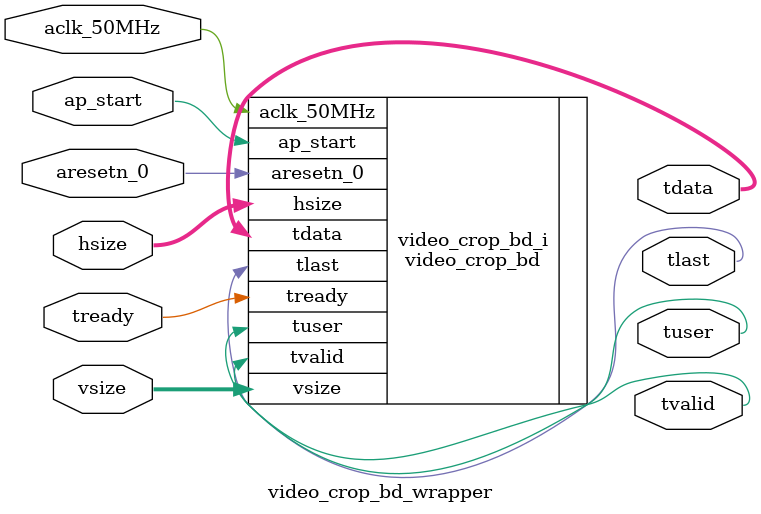
<source format=v>
`timescale 1 ps / 1 ps

module video_crop_bd_wrapper
   (aclk_50MHz,
    ap_start,
    aresetn_0,
    hsize,
    tdata,
    tlast,
    tready,
    tuser,
    tvalid,
    vsize);
  input aclk_50MHz;
  input ap_start;
  input aresetn_0;
  input [31:0]hsize;
  output [7:0]tdata;
  output [0:0]tlast;
  input tready;
  output [0:0]tuser;
  output tvalid;
  input [31:0]vsize;

  wire aclk_50MHz;
  wire ap_start;
  wire aresetn_0;
  wire [31:0]hsize;
  wire [7:0]tdata;
  wire [0:0]tlast;
  wire tready;
  wire [0:0]tuser;
  wire tvalid;
  wire [31:0]vsize;

  video_crop_bd video_crop_bd_i
       (.aclk_50MHz(aclk_50MHz),
        .ap_start(ap_start),
        .aresetn_0(aresetn_0),
        .hsize(hsize),
        .tdata(tdata),
        .tlast(tlast),
        .tready(tready),
        .tuser(tuser),
        .tvalid(tvalid),
        .vsize(vsize));
endmodule

</source>
